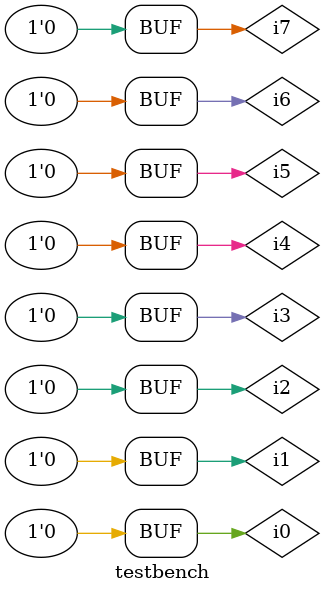
<source format=v>
module testbench();
    reg i0, i1, i2, i3, i4, i5, i6, i7;
    wire out0, out1, out2;

    encoder_8_to_3 ag(out0, out1, out2, i0, i1, i2, i3, i4, i5, i6, i7);

    initial begin
        i0 = 1'b1; i1 = 1'b0; i2 = 1'b0; i3 = 1'b0; i4 = 1'b0; i5 = 1'b0; i6 = 1'b0; i7 = 1'b0;
        #50 i0 = 1'b0; i1 = 1'b1;
        #50 i1 = 1'b0; i2 = 1'b1;
        #50 i2 = 1'b0; i3 = 1'b1;
        #50 i3 = 1'b0; i4 = 1'b1;
        #50 i4 = 1'b0; i5 = 1'b1;
        #50 i5 = 1'b0; i6 = 1'b1;
        #50 i6 = 1'b0; i7 = 1'b1;
        #50 i7 = 1'b0;
    end
endmodule


</source>
